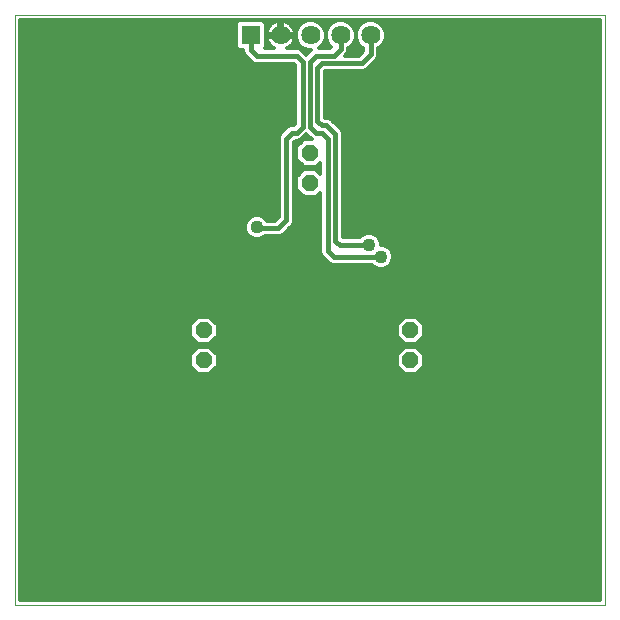
<source format=gtl>
G75*
G70*
%OFA0B0*%
%FSLAX24Y24*%
%IPPOS*%
%LPD*%
%AMOC8*
5,1,8,0,0,1.08239X$1,22.5*
%
%ADD10C,0.0000*%
%ADD11OC8,0.0560*%
%ADD12R,0.0640X0.0640*%
%ADD13C,0.0640*%
%ADD14C,0.0120*%
%ADD15C,0.0436*%
%ADD16C,0.0160*%
D10*
X000161Y000161D02*
X000161Y019846D01*
X019846Y019846D01*
X019846Y000161D01*
X000161Y000161D01*
D11*
X006460Y008323D03*
X006460Y009323D03*
X013350Y009323D03*
X013350Y008323D03*
X010004Y014228D03*
X010004Y015228D03*
D12*
X008025Y019157D03*
D13*
X009025Y019157D03*
X010025Y019157D03*
X011025Y019157D03*
X012025Y019157D03*
D14*
X012480Y019365D02*
X019666Y019365D01*
X019666Y019247D02*
X012525Y019247D01*
X012525Y019257D02*
X012449Y019441D01*
X012309Y019581D01*
X012125Y019657D01*
X011926Y019657D01*
X011742Y019581D01*
X011602Y019441D01*
X011525Y019257D01*
X011449Y019441D01*
X011309Y019581D01*
X011125Y019657D01*
X010926Y019657D01*
X010742Y019581D01*
X010602Y019441D01*
X010525Y019257D01*
X010449Y019441D01*
X010309Y019581D01*
X010125Y019657D01*
X009926Y019657D01*
X009742Y019581D01*
X009602Y019441D01*
X009525Y019257D01*
X009525Y019058D01*
X009602Y018874D01*
X009742Y018733D01*
X009926Y018657D01*
X010022Y018657D01*
X009881Y018516D01*
X009708Y018689D01*
X009613Y018728D01*
X009509Y018728D01*
X009241Y018728D01*
X009277Y018747D01*
X009338Y018791D01*
X009392Y018845D01*
X009436Y018906D01*
X009470Y018973D01*
X009494Y019045D01*
X009505Y019117D01*
X009066Y019117D01*
X009066Y019197D01*
X009505Y019197D01*
X009494Y019270D01*
X009470Y019342D01*
X009436Y019409D01*
X009392Y019470D01*
X009338Y019523D01*
X009277Y019568D01*
X009210Y019602D01*
X009138Y019625D01*
X009065Y019637D01*
X009065Y019198D01*
X008985Y019198D01*
X008985Y019637D01*
X008913Y019625D01*
X008841Y019602D01*
X008774Y019568D01*
X008713Y019523D01*
X008659Y019470D01*
X008615Y019409D01*
X008581Y019342D01*
X008557Y019270D01*
X008546Y019197D01*
X008985Y019197D01*
X008985Y019117D01*
X008546Y019117D01*
X008557Y019045D01*
X008581Y018973D01*
X008615Y018906D01*
X008659Y018845D01*
X008713Y018791D01*
X008774Y018747D01*
X008810Y018728D01*
X008491Y018728D01*
X008525Y018763D01*
X008525Y019552D01*
X008420Y019657D01*
X007631Y019657D01*
X007525Y019552D01*
X007525Y018763D01*
X007631Y018657D01*
X007765Y018657D01*
X007765Y018623D01*
X007805Y018528D01*
X008012Y018321D01*
X008085Y018248D01*
X008180Y018208D01*
X009453Y018208D01*
X009498Y018164D01*
X009498Y016214D01*
X009453Y016169D01*
X009361Y016169D01*
X009266Y016130D01*
X009069Y015933D01*
X008996Y015860D01*
X008956Y015764D01*
X008956Y013102D01*
X008837Y012982D01*
X008571Y012982D01*
X008570Y012985D01*
X008458Y013097D01*
X008311Y013158D01*
X008153Y013158D01*
X008007Y013097D01*
X007895Y012985D01*
X007834Y012839D01*
X007834Y012680D01*
X007895Y012534D01*
X008007Y012422D01*
X008153Y012362D01*
X008311Y012362D01*
X008458Y012422D01*
X008498Y012462D01*
X008996Y012462D01*
X009092Y012502D01*
X009165Y012575D01*
X009437Y012847D01*
X009476Y012942D01*
X009476Y013046D01*
X009476Y015605D01*
X009521Y015649D01*
X009613Y015649D01*
X009708Y015689D01*
X009781Y015762D01*
X009881Y015861D01*
X009980Y015762D01*
X010053Y015689D01*
X010055Y015688D01*
X009813Y015688D01*
X009544Y015419D01*
X009544Y015038D01*
X009813Y014768D01*
X010194Y014768D01*
X010334Y014908D01*
X010334Y014548D01*
X010194Y014688D01*
X009813Y014688D01*
X009544Y014419D01*
X009544Y014038D01*
X009813Y013768D01*
X010194Y013768D01*
X010334Y013908D01*
X010334Y012024D01*
X010334Y011921D01*
X010374Y011825D01*
X010571Y011628D01*
X010644Y011555D01*
X010739Y011515D01*
X012063Y011515D01*
X012140Y011438D01*
X012287Y011377D01*
X012445Y011377D01*
X012591Y011438D01*
X012703Y011550D01*
X012764Y011696D01*
X012764Y011855D01*
X012703Y012001D01*
X012591Y012113D01*
X012445Y012174D01*
X012370Y012174D01*
X012370Y012248D01*
X012310Y012395D01*
X012198Y012507D01*
X012051Y012567D01*
X011893Y012567D01*
X011747Y012507D01*
X011669Y012429D01*
X011100Y012429D01*
X011100Y015912D01*
X011061Y016007D01*
X010988Y016080D01*
X010692Y016376D01*
X010597Y016415D01*
X010510Y016415D01*
X010510Y017962D01*
X011778Y017962D01*
X011873Y018002D01*
X011947Y018075D01*
X012246Y018374D01*
X012285Y018470D01*
X012285Y018573D01*
X012285Y018724D01*
X012309Y018733D01*
X012449Y018874D01*
X012525Y019058D01*
X012525Y019257D01*
X012525Y019128D02*
X019666Y019128D01*
X019666Y019010D02*
X012505Y019010D01*
X012456Y018891D02*
X019666Y018891D01*
X019666Y018773D02*
X012348Y018773D01*
X012285Y018654D02*
X019666Y018654D01*
X019666Y018535D02*
X012285Y018535D01*
X012264Y018417D02*
X019666Y018417D01*
X019666Y018298D02*
X012170Y018298D01*
X012051Y018180D02*
X019666Y018180D01*
X019666Y018061D02*
X011933Y018061D01*
X011619Y018482D02*
X011173Y018482D01*
X011246Y018555D01*
X011285Y018651D01*
X011285Y018724D01*
X011309Y018733D01*
X011449Y018874D01*
X011525Y019058D01*
X011525Y019257D01*
X011525Y019058D01*
X011602Y018874D01*
X011742Y018733D01*
X011765Y018724D01*
X011765Y018629D01*
X011619Y018482D01*
X011672Y018535D02*
X011226Y018535D01*
X011285Y018654D02*
X011765Y018654D01*
X011703Y018773D02*
X011348Y018773D01*
X011456Y018891D02*
X011594Y018891D01*
X011545Y019010D02*
X011505Y019010D01*
X011525Y019128D02*
X011525Y019128D01*
X011525Y019247D02*
X011525Y019247D01*
X011480Y019365D02*
X011570Y019365D01*
X011645Y019484D02*
X011406Y019484D01*
X011258Y019602D02*
X011793Y019602D01*
X012258Y019602D02*
X019666Y019602D01*
X019666Y019666D02*
X019666Y000341D01*
X000341Y000341D01*
X000341Y019666D01*
X019666Y019666D01*
X019666Y019484D02*
X012406Y019484D01*
X010793Y019602D02*
X010258Y019602D01*
X010406Y019484D02*
X010645Y019484D01*
X010570Y019365D02*
X010480Y019365D01*
X010525Y019257D02*
X010525Y019058D01*
X010449Y018874D01*
X010309Y018733D01*
X010296Y018728D01*
X010683Y018728D01*
X010715Y018760D01*
X010602Y018874D01*
X010525Y019058D01*
X010525Y019257D01*
X010525Y019247D02*
X010525Y019247D01*
X010525Y019128D02*
X010525Y019128D01*
X010505Y019010D02*
X010545Y019010D01*
X010594Y018891D02*
X010456Y018891D01*
X010348Y018773D02*
X010703Y018773D01*
X010019Y018654D02*
X009743Y018654D01*
X009703Y018773D02*
X009312Y018773D01*
X009425Y018891D02*
X009594Y018891D01*
X009545Y019010D02*
X009482Y019010D01*
X009525Y019128D02*
X009066Y019128D01*
X008985Y019128D02*
X008525Y019128D01*
X008525Y019010D02*
X008569Y019010D01*
X008525Y018891D02*
X008626Y018891D01*
X008525Y018773D02*
X008738Y018773D01*
X008034Y018298D02*
X000341Y018298D01*
X000341Y018180D02*
X009482Y018180D01*
X009498Y018061D02*
X000341Y018061D01*
X000341Y017943D02*
X009498Y017943D01*
X009498Y017824D02*
X000341Y017824D01*
X000341Y017706D02*
X009498Y017706D01*
X009498Y017587D02*
X000341Y017587D01*
X000341Y017469D02*
X009498Y017469D01*
X009498Y017350D02*
X000341Y017350D01*
X000341Y017231D02*
X009498Y017231D01*
X009498Y017113D02*
X000341Y017113D01*
X000341Y016994D02*
X009498Y016994D01*
X009498Y016876D02*
X000341Y016876D01*
X000341Y016757D02*
X009498Y016757D01*
X009498Y016639D02*
X000341Y016639D01*
X000341Y016520D02*
X009498Y016520D01*
X009498Y016402D02*
X000341Y016402D01*
X000341Y016283D02*
X009498Y016283D01*
X009350Y016165D02*
X000341Y016165D01*
X000341Y016046D02*
X009182Y016046D01*
X009064Y015928D02*
X000341Y015928D01*
X000341Y015809D02*
X008975Y015809D01*
X008956Y015690D02*
X000341Y015690D01*
X000341Y015572D02*
X008956Y015572D01*
X008956Y015453D02*
X000341Y015453D01*
X000341Y015335D02*
X008956Y015335D01*
X008956Y015216D02*
X000341Y015216D01*
X000341Y015098D02*
X008956Y015098D01*
X008956Y014979D02*
X000341Y014979D01*
X000341Y014861D02*
X008956Y014861D01*
X008956Y014742D02*
X000341Y014742D01*
X000341Y014624D02*
X008956Y014624D01*
X008956Y014505D02*
X000341Y014505D01*
X000341Y014386D02*
X008956Y014386D01*
X008956Y014268D02*
X000341Y014268D01*
X000341Y014149D02*
X008956Y014149D01*
X008956Y014031D02*
X000341Y014031D01*
X000341Y013912D02*
X008956Y013912D01*
X008956Y013794D02*
X000341Y013794D01*
X000341Y013675D02*
X008956Y013675D01*
X008956Y013557D02*
X000341Y013557D01*
X000341Y013438D02*
X008956Y013438D01*
X008956Y013320D02*
X000341Y013320D01*
X000341Y013201D02*
X008956Y013201D01*
X008937Y013082D02*
X008472Y013082D01*
X007992Y013082D02*
X000341Y013082D01*
X000341Y012964D02*
X007886Y012964D01*
X007837Y012845D02*
X000341Y012845D01*
X000341Y012727D02*
X007834Y012727D01*
X007864Y012608D02*
X000341Y012608D01*
X000341Y012490D02*
X007939Y012490D01*
X008130Y012371D02*
X000341Y012371D01*
X000341Y012253D02*
X010334Y012253D01*
X010334Y012371D02*
X008335Y012371D01*
X009063Y012490D02*
X010334Y012490D01*
X010334Y012608D02*
X009198Y012608D01*
X009317Y012727D02*
X010334Y012727D01*
X010334Y012845D02*
X009436Y012845D01*
X009476Y012964D02*
X010334Y012964D01*
X010334Y013082D02*
X009476Y013082D01*
X009476Y013201D02*
X010334Y013201D01*
X010334Y013320D02*
X009476Y013320D01*
X009476Y013438D02*
X010334Y013438D01*
X010334Y013557D02*
X009476Y013557D01*
X009476Y013675D02*
X010334Y013675D01*
X010334Y013794D02*
X010220Y013794D01*
X009788Y013794D02*
X009476Y013794D01*
X009476Y013912D02*
X009669Y013912D01*
X009551Y014031D02*
X009476Y014031D01*
X009476Y014149D02*
X009544Y014149D01*
X009544Y014268D02*
X009476Y014268D01*
X009476Y014386D02*
X009544Y014386D01*
X009476Y014505D02*
X009630Y014505D01*
X009749Y014624D02*
X009476Y014624D01*
X009476Y014742D02*
X010334Y014742D01*
X010334Y014624D02*
X010259Y014624D01*
X010287Y014861D02*
X010334Y014861D01*
X009721Y014861D02*
X009476Y014861D01*
X009476Y014979D02*
X009602Y014979D01*
X009544Y015098D02*
X009476Y015098D01*
X009476Y015216D02*
X009544Y015216D01*
X009544Y015335D02*
X009476Y015335D01*
X009476Y015453D02*
X009578Y015453D01*
X009476Y015572D02*
X009697Y015572D01*
X009710Y015690D02*
X010052Y015690D01*
X009980Y015762D02*
X009980Y015762D01*
X009933Y015809D02*
X009828Y015809D01*
X010630Y016402D02*
X019666Y016402D01*
X019666Y016520D02*
X010510Y016520D01*
X010510Y016639D02*
X019666Y016639D01*
X019666Y016757D02*
X010510Y016757D01*
X010510Y016876D02*
X019666Y016876D01*
X019666Y016994D02*
X010510Y016994D01*
X010510Y017113D02*
X019666Y017113D01*
X019666Y017231D02*
X010510Y017231D01*
X010510Y017350D02*
X019666Y017350D01*
X019666Y017469D02*
X010510Y017469D01*
X010510Y017587D02*
X019666Y017587D01*
X019666Y017706D02*
X010510Y017706D01*
X010510Y017824D02*
X019666Y017824D01*
X019666Y017943D02*
X010510Y017943D01*
X009900Y018535D02*
X009861Y018535D01*
X009525Y019247D02*
X009497Y019247D01*
X009458Y019365D02*
X009570Y019365D01*
X009645Y019484D02*
X009378Y019484D01*
X009209Y019602D02*
X009793Y019602D01*
X009065Y019602D02*
X008985Y019602D01*
X008985Y019484D02*
X009065Y019484D01*
X009065Y019365D02*
X008985Y019365D01*
X008985Y019247D02*
X009065Y019247D01*
X008842Y019602D02*
X008475Y019602D01*
X008525Y019484D02*
X008673Y019484D01*
X008593Y019365D02*
X008525Y019365D01*
X008525Y019247D02*
X008554Y019247D01*
X007765Y018654D02*
X000341Y018654D01*
X000341Y018773D02*
X007525Y018773D01*
X007525Y018891D02*
X000341Y018891D01*
X000341Y019010D02*
X007525Y019010D01*
X007525Y019128D02*
X000341Y019128D01*
X000341Y019247D02*
X007525Y019247D01*
X007525Y019365D02*
X000341Y019365D01*
X000341Y019484D02*
X007525Y019484D01*
X007576Y019602D02*
X000341Y019602D01*
X000341Y018535D02*
X007802Y018535D01*
X007916Y018417D02*
X000341Y018417D01*
X000341Y012134D02*
X010334Y012134D01*
X010334Y012016D02*
X000341Y012016D01*
X000341Y011897D02*
X010344Y011897D01*
X010420Y011779D02*
X000341Y011779D01*
X000341Y011660D02*
X010539Y011660D01*
X010677Y011541D02*
X000341Y011541D01*
X000341Y011423D02*
X012177Y011423D01*
X012555Y011423D02*
X019666Y011423D01*
X019666Y011541D02*
X012695Y011541D01*
X012749Y011660D02*
X019666Y011660D01*
X019666Y011779D02*
X012764Y011779D01*
X012746Y011897D02*
X019666Y011897D01*
X019666Y012016D02*
X012689Y012016D01*
X012540Y012134D02*
X019666Y012134D01*
X019666Y012253D02*
X012369Y012253D01*
X012319Y012371D02*
X019666Y012371D01*
X019666Y012490D02*
X012215Y012490D01*
X011730Y012490D02*
X011100Y012490D01*
X011100Y012608D02*
X019666Y012608D01*
X019666Y012727D02*
X011100Y012727D01*
X011100Y012845D02*
X019666Y012845D01*
X019666Y012964D02*
X011100Y012964D01*
X011100Y013082D02*
X019666Y013082D01*
X019666Y013201D02*
X011100Y013201D01*
X011100Y013320D02*
X019666Y013320D01*
X019666Y013438D02*
X011100Y013438D01*
X011100Y013557D02*
X019666Y013557D01*
X019666Y013675D02*
X011100Y013675D01*
X011100Y013794D02*
X019666Y013794D01*
X019666Y013912D02*
X011100Y013912D01*
X011100Y014031D02*
X019666Y014031D01*
X019666Y014149D02*
X011100Y014149D01*
X011100Y014268D02*
X019666Y014268D01*
X019666Y014386D02*
X011100Y014386D01*
X011100Y014505D02*
X019666Y014505D01*
X019666Y014624D02*
X011100Y014624D01*
X011100Y014742D02*
X019666Y014742D01*
X019666Y014861D02*
X011100Y014861D01*
X011100Y014979D02*
X019666Y014979D01*
X019666Y015098D02*
X011100Y015098D01*
X011100Y015216D02*
X019666Y015216D01*
X019666Y015335D02*
X011100Y015335D01*
X011100Y015453D02*
X019666Y015453D01*
X019666Y015572D02*
X011100Y015572D01*
X011100Y015690D02*
X019666Y015690D01*
X019666Y015809D02*
X011100Y015809D01*
X011094Y015928D02*
X019666Y015928D01*
X019666Y016046D02*
X011022Y016046D01*
X010904Y016165D02*
X019666Y016165D01*
X019666Y016283D02*
X010785Y016283D01*
X019666Y011304D02*
X000341Y011304D01*
X000341Y011186D02*
X019666Y011186D01*
X019666Y011067D02*
X000341Y011067D01*
X000341Y010949D02*
X019666Y010949D01*
X019666Y010830D02*
X000341Y010830D01*
X000341Y010712D02*
X019666Y010712D01*
X019666Y010593D02*
X000341Y010593D01*
X000341Y010475D02*
X019666Y010475D01*
X019666Y010356D02*
X000341Y010356D01*
X000341Y010237D02*
X019666Y010237D01*
X019666Y010119D02*
X000341Y010119D01*
X000341Y010000D02*
X019666Y010000D01*
X019666Y009882D02*
X000341Y009882D01*
X000341Y009763D02*
X006251Y009763D01*
X006270Y009783D02*
X006000Y009513D01*
X006000Y009132D01*
X006270Y008863D01*
X006651Y008863D01*
X006920Y009132D01*
X006920Y009513D01*
X006651Y009783D01*
X006270Y009783D01*
X006132Y009645D02*
X000341Y009645D01*
X000341Y009526D02*
X006013Y009526D01*
X006000Y009408D02*
X000341Y009408D01*
X000341Y009289D02*
X006000Y009289D01*
X006000Y009171D02*
X000341Y009171D01*
X000341Y009052D02*
X006081Y009052D01*
X006199Y008933D02*
X000341Y008933D01*
X000341Y008815D02*
X019666Y008815D01*
X019666Y008933D02*
X013612Y008933D01*
X013541Y008863D02*
X013810Y009132D01*
X013810Y009513D01*
X013541Y009783D01*
X013160Y009783D01*
X012890Y009513D01*
X012890Y009132D01*
X013160Y008863D01*
X013541Y008863D01*
X013541Y008783D02*
X013160Y008783D01*
X012890Y008513D01*
X012890Y008132D01*
X013160Y007863D01*
X013541Y007863D01*
X013810Y008132D01*
X013810Y008513D01*
X013541Y008783D01*
X013627Y008696D02*
X019666Y008696D01*
X019666Y008578D02*
X013746Y008578D01*
X013810Y008459D02*
X019666Y008459D01*
X019666Y008341D02*
X013810Y008341D01*
X013810Y008222D02*
X019666Y008222D01*
X019666Y008104D02*
X013782Y008104D01*
X013663Y007985D02*
X019666Y007985D01*
X019666Y007867D02*
X013545Y007867D01*
X013156Y007867D02*
X006655Y007867D01*
X006651Y007863D02*
X006920Y008132D01*
X006920Y008513D01*
X006651Y008783D01*
X006270Y008783D01*
X006000Y008513D01*
X006000Y008132D01*
X006270Y007863D01*
X006651Y007863D01*
X006773Y007985D02*
X013037Y007985D01*
X012919Y008104D02*
X006892Y008104D01*
X006920Y008222D02*
X012890Y008222D01*
X012890Y008341D02*
X006920Y008341D01*
X006920Y008459D02*
X012890Y008459D01*
X012955Y008578D02*
X006856Y008578D01*
X006737Y008696D02*
X013073Y008696D01*
X013089Y008933D02*
X006722Y008933D01*
X006840Y009052D02*
X012970Y009052D01*
X012890Y009171D02*
X006920Y009171D01*
X006920Y009289D02*
X012890Y009289D01*
X012890Y009408D02*
X006920Y009408D01*
X006907Y009526D02*
X012903Y009526D01*
X013022Y009645D02*
X006789Y009645D01*
X006670Y009763D02*
X013140Y009763D01*
X013560Y009763D02*
X019666Y009763D01*
X019666Y009645D02*
X013679Y009645D01*
X013797Y009526D02*
X019666Y009526D01*
X019666Y009408D02*
X013810Y009408D01*
X013810Y009289D02*
X019666Y009289D01*
X019666Y009171D02*
X013810Y009171D01*
X013730Y009052D02*
X019666Y009052D01*
X019666Y007748D02*
X000341Y007748D01*
X000341Y007629D02*
X019666Y007629D01*
X019666Y007511D02*
X000341Y007511D01*
X000341Y007392D02*
X019666Y007392D01*
X019666Y007274D02*
X000341Y007274D01*
X000341Y007155D02*
X019666Y007155D01*
X019666Y007037D02*
X000341Y007037D01*
X000341Y006918D02*
X019666Y006918D01*
X019666Y006800D02*
X000341Y006800D01*
X000341Y006681D02*
X019666Y006681D01*
X019666Y006563D02*
X000341Y006563D01*
X000341Y006444D02*
X019666Y006444D01*
X019666Y006326D02*
X000341Y006326D01*
X000341Y006207D02*
X019666Y006207D01*
X019666Y006088D02*
X000341Y006088D01*
X000341Y005970D02*
X019666Y005970D01*
X019666Y005851D02*
X000341Y005851D01*
X000341Y005733D02*
X019666Y005733D01*
X019666Y005614D02*
X000341Y005614D01*
X000341Y005496D02*
X019666Y005496D01*
X019666Y005377D02*
X000341Y005377D01*
X000341Y005259D02*
X019666Y005259D01*
X019666Y005140D02*
X000341Y005140D01*
X000341Y005022D02*
X019666Y005022D01*
X019666Y004903D02*
X000341Y004903D01*
X000341Y004784D02*
X019666Y004784D01*
X019666Y004666D02*
X000341Y004666D01*
X000341Y004547D02*
X019666Y004547D01*
X019666Y004429D02*
X000341Y004429D01*
X000341Y004310D02*
X019666Y004310D01*
X019666Y004192D02*
X000341Y004192D01*
X000341Y004073D02*
X019666Y004073D01*
X019666Y003955D02*
X000341Y003955D01*
X000341Y003836D02*
X019666Y003836D01*
X019666Y003718D02*
X000341Y003718D01*
X000341Y003599D02*
X019666Y003599D01*
X019666Y003480D02*
X000341Y003480D01*
X000341Y003362D02*
X019666Y003362D01*
X019666Y003243D02*
X000341Y003243D01*
X000341Y003125D02*
X019666Y003125D01*
X019666Y003006D02*
X000341Y003006D01*
X000341Y002888D02*
X019666Y002888D01*
X019666Y002769D02*
X000341Y002769D01*
X000341Y002651D02*
X019666Y002651D01*
X019666Y002532D02*
X000341Y002532D01*
X000341Y002414D02*
X019666Y002414D01*
X019666Y002295D02*
X000341Y002295D01*
X000341Y002176D02*
X019666Y002176D01*
X019666Y002058D02*
X000341Y002058D01*
X000341Y001939D02*
X019666Y001939D01*
X019666Y001821D02*
X000341Y001821D01*
X000341Y001702D02*
X019666Y001702D01*
X019666Y001584D02*
X000341Y001584D01*
X000341Y001465D02*
X019666Y001465D01*
X019666Y001347D02*
X000341Y001347D01*
X000341Y001228D02*
X019666Y001228D01*
X019666Y001110D02*
X000341Y001110D01*
X000341Y000991D02*
X019666Y000991D01*
X019666Y000873D02*
X000341Y000873D01*
X000341Y000754D02*
X019666Y000754D01*
X019666Y000635D02*
X000341Y000635D01*
X000341Y000517D02*
X019666Y000517D01*
X019666Y000398D02*
X000341Y000398D01*
X000341Y007867D02*
X006266Y007867D01*
X006147Y007985D02*
X000341Y007985D01*
X000341Y008104D02*
X006029Y008104D01*
X006000Y008222D02*
X000341Y008222D01*
X000341Y008341D02*
X006000Y008341D01*
X006000Y008459D02*
X000341Y008459D01*
X000341Y008578D02*
X006065Y008578D01*
X006184Y008696D02*
X000341Y008696D01*
D15*
X008232Y012760D03*
X011972Y012169D03*
X012366Y011775D03*
D16*
X010791Y011775D01*
X010594Y011972D01*
X010594Y015712D01*
X010397Y015909D01*
X010201Y015909D01*
X010004Y016106D01*
X010004Y018271D01*
X010201Y018468D01*
X010791Y018468D01*
X011025Y018703D01*
X011025Y019157D01*
X012025Y019157D02*
X012025Y018521D01*
X011726Y018222D01*
X010397Y018222D01*
X010250Y018075D01*
X010250Y016303D01*
X010397Y016155D01*
X010545Y016155D01*
X010840Y015860D01*
X010840Y012317D01*
X010988Y012169D01*
X011972Y012169D01*
X009216Y012994D02*
X008945Y012722D01*
X008270Y012722D01*
X008232Y012760D01*
X009216Y012994D02*
X009216Y015712D01*
X009413Y015909D01*
X009561Y015909D01*
X009758Y016106D01*
X009758Y018271D01*
X009561Y018468D01*
X008232Y018468D01*
X008025Y018675D01*
X008025Y019157D01*
M02*

</source>
